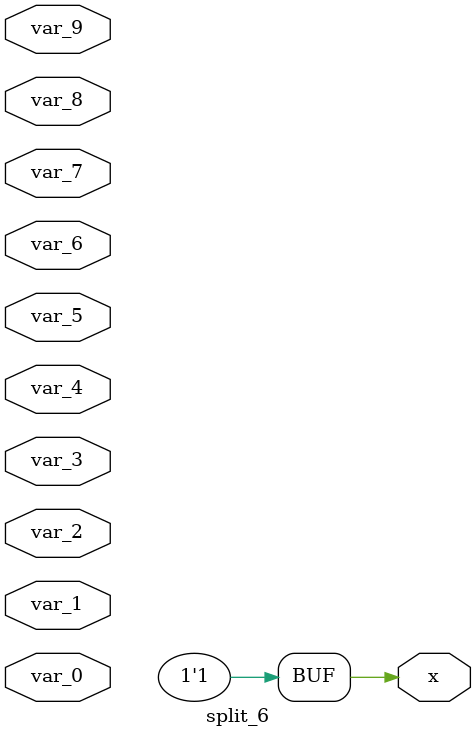
<source format=v>
module split_6(var_0, var_1, var_2, var_3, var_4, var_5, var_6, var_7, var_8, var_9, x);
    input [15:0] var_0;
    input [21:0] var_1;
    input [3:0] var_2;
    input [27:0] var_3;
    input [18:0] var_4;
    input [17:0] var_5;
    input [18:0] var_6;
    input [13:0] var_7;
    input [15:0] var_8;
    input [28:0] var_9;
    output wire x;

    assign x = 1'b1;
endmodule

</source>
